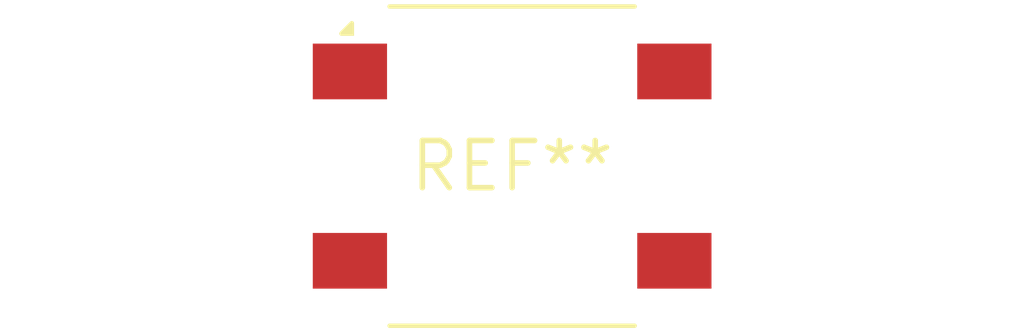
<source format=kicad_pcb>
(kicad_pcb (version 20240108) (generator pcbnew)
  (layers (0 "F.Cu" signal) (31 "B.Cu" signal) (34 "B.Paste" user) (35 "F.Paste" user) (36 "B.SilkS" user "B.Silkscreen") (37 "F.SilkS" user "F.Silkscreen") (38 "B.Mask" user) (39 "F.Mask" user) (44 "Edge.Cuts" user))
  (net 0 "")
  (footprint "Diode_Bridge_Vishay_DFSFlat" (layer "F.Cu") (at 0 0)
    (property "Reference" "REF**")
    (property "Value" "Diode_Bridge_Vishay_DFSFlat")
    (fp_line (start -3.3 -4.3) (end 3.3 -4.3) (layer "F.SilkS") (stroke (width 0.12)))
    (fp_line (start -3.3 4.3) (end 3.3 4.3) (layer "F.SilkS") (stroke (width 0.12)))
    (fp_poly (pts (xy -4.318 -3.57) (xy -4.598 -3.57) (xy -4.318 -3.85) (xy -4.318 -3.57)) (layer "F.SilkS") (stroke (width 0.12)) (fill solid))
    (pad "1" smd rect (at -4.37 -2.55) (size 2 1.5) (layers "F.Cu" "F.Paste" "F.Mask"))
    (pad "2" smd rect (at -4.37 2.55) (size 2 1.5) (layers "F.Cu" "F.Paste" "F.Mask"))
    (pad "3" smd rect (at 4.37 2.55) (size 2 1.5) (layers "F.Cu" "F.Paste" "F.Mask"))
    (pad "4" smd rect (at 4.37 -2.55) (size 2 1.5) (layers "F.Cu" "F.Paste" "F.Mask"))
  )
)
</source>
